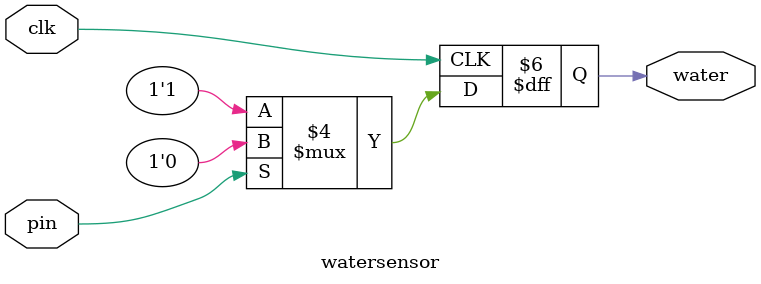
<source format=v>
module watersensor (clk, pin, water);
	input pin;
	input clk;
	output water;
	
	reg water;

	always @(posedge clk)
		begin
			if(!pin)
				water <= 1'b1;
			else
				water <= 1'b0;
		end
endmodule
</source>
